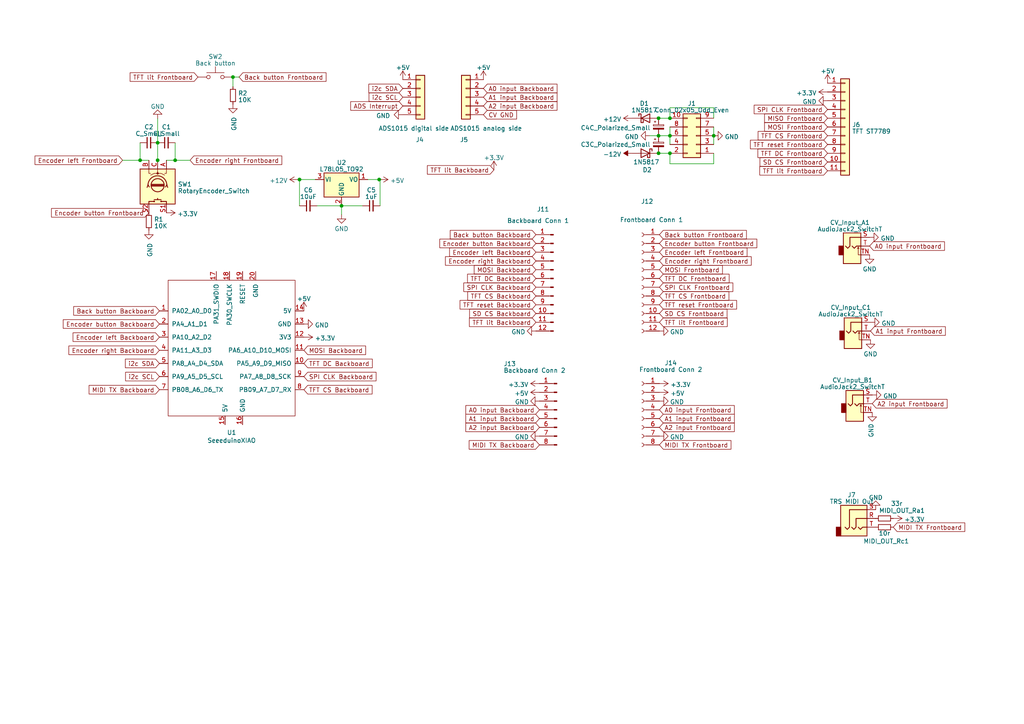
<source format=kicad_sch>
(kicad_sch (version 20230121) (generator eeschema)
  (paper "A4")
  (lib_symbols
    (symbol "Connector:Conn_01x08_Pin" (pin_names (offset 1.016) hide)
      (property "Reference" "J" (at 0 10.16 0))
      (property "Value" "Conn_01x08_Pin" (at 0 -12.7 0))
      (symbol "Conn_01x08_Pin_1_1"
        (polyline (pts (xy 1.27 -10.16) (xy 0.8636 -10.16)) (stroke (width 0.1524)))
        (polyline (pts (xy 1.27 -7.62) (xy 0.8636 -7.62)) (stroke (width 0.1524)))
        (polyline (pts (xy 1.27 -5.08) (xy 0.8636 -5.08)) (stroke (width 0.1524)))
        (polyline (pts (xy 1.27 -2.54) (xy 0.8636 -2.54)) (stroke (width 0.1524)))
        (polyline (pts (xy 1.27 0) (xy 0.8636 0)) (stroke (width 0.1524)))
        (polyline (pts (xy 1.27 2.54) (xy 0.8636 2.54)) (stroke (width 0.1524)))
        (polyline (pts (xy 1.27 5.08) (xy 0.8636 5.08)) (stroke (width 0.1524)))
        (polyline (pts (xy 1.27 7.62) (xy 0.8636 7.62)) (stroke (width 0.1524)))
        (rectangle (start 0.8636 -10.033) (end 0 -10.287) (stroke (width 0.1524)) (fill (type outline)))
        (rectangle (start 0.8636 -7.493) (end 0 -7.747) (stroke (width 0.1524)) (fill (type outline)))
        (rectangle (start 0.8636 -4.953) (end 0 -5.207) (stroke (width 0.1524)) (fill (type outline)))
        (rectangle (start 0.8636 -2.413) (end 0 -2.667) (stroke (width 0.1524)) (fill (type outline)))
        (rectangle (start 0.8636 0.127) (end 0 -0.127) (stroke (width 0.1524)) (fill (type outline)))
        (rectangle (start 0.8636 2.667) (end 0 2.413) (stroke (width 0.1524)) (fill (type outline)))
        (rectangle (start 0.8636 5.207) (end 0 4.953) (stroke (width 0.1524)) (fill (type outline)))
        (rectangle (start 0.8636 7.747) (end 0 7.493) (stroke (width 0.1524)) (fill (type outline)))
        (pin passive line (at 5.08 7.62 180) (length 3.81) (name "Pin_1") (number "1"))
        (pin passive line (at 5.08 5.08 180) (length 3.81) (name "Pin_2") (number "2"))
        (pin passive line (at 5.08 2.54 180) (length 3.81) (name "Pin_3") (number "3"))
        (pin passive line (at 5.08 0 180) (length 3.81) (name "Pin_4") (number "4"))
        (pin passive line (at 5.08 -2.54 180) (length 3.81) (name "Pin_5") (number "5"))
        (pin passive line (at 5.08 -5.08 180) (length 3.81) (name "Pin_6") (number "6"))
        (pin passive line (at 5.08 -7.62 180) (length 3.81) (name "Pin_7") (number "7"))
        (pin passive line (at 5.08 -10.16 180) (length 3.81) (name "Pin_8") (number "8"))
      )
    )
    (symbol "Connector:Conn_01x08_Socket" (pin_names (offset 1.016) hide)
      (property "Reference" "J" (at 0 10.16 0))
      (property "Value" "Conn_01x08_Socket" (at 0 -12.7 0))
      (symbol "Conn_01x08_Socket_1_1"
        (arc (start 0 -9.652) (mid -0.5058 -10.16) (end 0 -10.668) (stroke (width 0.1524)))
        (arc (start 0 -7.112) (mid -0.5058 -7.62) (end 0 -8.128) (stroke (width 0.1524)))
        (arc (start 0 -4.572) (mid -0.5058 -5.08) (end 0 -5.588) (stroke (width 0.1524)))
        (arc (start 0 -2.032) (mid -0.5058 -2.54) (end 0 -3.048) (stroke (width 0.1524)))
        (polyline (pts (xy -1.27 -10.16) (xy -0.508 -10.16)) (stroke (width 0.1524)))
        (polyline (pts (xy -1.27 -7.62) (xy -0.508 -7.62)) (stroke (width 0.1524)))
        (polyline (pts (xy -1.27 -5.08) (xy -0.508 -5.08)) (stroke (width 0.1524)))
        (polyline (pts (xy -1.27 -2.54) (xy -0.508 -2.54)) (stroke (width 0.1524)))
        (polyline (pts (xy -1.27 0) (xy -0.508 0)) (stroke (width 0.1524)))
        (polyline (pts (xy -1.27 2.54) (xy -0.508 2.54)) (stroke (width 0.1524)))
        (polyline (pts (xy -1.27 5.08) (xy -0.508 5.08)) (stroke (width 0.1524)))
        (polyline (pts (xy -1.27 7.62) (xy -0.508 7.62)) (stroke (width 0.1524)))
        (arc (start 0 0.508) (mid -0.5058 0) (end 0 -0.508) (stroke (width 0.1524)))
        (arc (start 0 3.048) (mid -0.5058 2.54) (end 0 2.032) (stroke (width 0.1524)))
        (arc (start 0 5.588) (mid -0.5058 5.08) (end 0 4.572) (stroke (width 0.1524)))
        (arc (start 0 8.128) (mid -0.5058 7.62) (end 0 7.112) (stroke (width 0.1524)))
        (pin passive line (at -5.08 7.62 0) (length 3.81) (name "Pin_1") (number "1"))
        (pin passive line (at -5.08 5.08 0) (length 3.81) (name "Pin_2") (number "2"))
        (pin passive line (at -5.08 2.54 0) (length 3.81) (name "Pin_3") (number "3"))
        (pin passive line (at -5.08 0 0) (length 3.81) (name "Pin_4") (number "4"))
        (pin passive line (at -5.08 -2.54 0) (length 3.81) (name "Pin_5") (number "5"))
        (pin passive line (at -5.08 -5.08 0) (length 3.81) (name "Pin_6") (number "6"))
        (pin passive line (at -5.08 -7.62 0) (length 3.81) (name "Pin_7") (number "7"))
        (pin passive line (at -5.08 -10.16 0) (length 3.81) (name "Pin_8") (number "8"))
      )
    )
    (symbol "Connector:Conn_01x12_Pin" (pin_names (offset 1.016) hide)
      (property "Reference" "J" (at 0 15.24 0))
      (property "Value" "Conn_01x12_Pin" (at 0 -17.78 0))
      (symbol "Conn_01x12_Pin_1_1"
        (polyline (pts (xy 1.27 -15.24) (xy 0.8636 -15.24)) (stroke (width 0.1524)))
        (polyline (pts (xy 1.27 -12.7) (xy 0.8636 -12.7)) (stroke (width 0.1524)))
        (polyline (pts (xy 1.27 -10.16) (xy 0.8636 -10.16)) (stroke (width 0.1524)))
        (polyline (pts (xy 1.27 -7.62) (xy 0.8636 -7.62)) (stroke (width 0.1524)))
        (polyline (pts (xy 1.27 -5.08) (xy 0.8636 -5.08)) (stroke (width 0.1524)))
        (polyline (pts (xy 1.27 -2.54) (xy 0.8636 -2.54)) (stroke (width 0.1524)))
        (polyline (pts (xy 1.27 0) (xy 0.8636 0)) (stroke (width 0.1524)))
        (polyline (pts (xy 1.27 2.54) (xy 0.8636 2.54)) (stroke (width 0.1524)))
        (polyline (pts (xy 1.27 5.08) (xy 0.8636 5.08)) (stroke (width 0.1524)))
        (polyline (pts (xy 1.27 7.62) (xy 0.8636 7.62)) (stroke (width 0.1524)))
        (polyline (pts (xy 1.27 10.16) (xy 0.8636 10.16)) (stroke (width 0.1524)))
        (polyline (pts (xy 1.27 12.7) (xy 0.8636 12.7)) (stroke (width 0.1524)))
        (rectangle (start 0.8636 -15.113) (end 0 -15.367) (stroke (width 0.1524)) (fill (type outline)))
        (rectangle (start 0.8636 -12.573) (end 0 -12.827) (stroke (width 0.1524)) (fill (type outline)))
        (rectangle (start 0.8636 -10.033) (end 0 -10.287) (stroke (width 0.1524)) (fill (type outline)))
        (rectangle (start 0.8636 -7.493) (end 0 -7.747) (stroke (width 0.1524)) (fill (type outline)))
        (rectangle (start 0.8636 -4.953) (end 0 -5.207) (stroke (width 0.1524)) (fill (type outline)))
        (rectangle (start 0.8636 -2.413) (end 0 -2.667) (stroke (width 0.1524)) (fill (type outline)))
        (rectangle (start 0.8636 0.127) (end 0 -0.127) (stroke (width 0.1524)) (fill (type outline)))
        (rectangle (start 0.8636 2.667) (end 0 2.413) (stroke (width 0.1524)) (fill (type outline)))
        (rectangle (start 0.8636 5.207) (end 0 4.953) (stroke (width 0.1524)) (fill (type outline)))
        (rectangle (start 0.8636 7.747) (end 0 7.493) (stroke (width 0.1524)) (fill (type outline)))
        (rectangle (start 0.8636 10.287) (end 0 10.033) (stroke (width 0.1524)) (fill (type outline)))
        (rectangle (start 0.8636 12.827) (end 0 12.573) (stroke (width 0.1524)) (fill (type outline)))
        (pin passive line (at 5.08 12.7 180) (length 3.81) (name "Pin_1") (number "1"))
        (pin passive line (at 5.08 -10.16 180) (length 3.81) (name "Pin_10") (number "10"))
        (pin passive line (at 5.08 -12.7 180) (length 3.81) (name "Pin_11") (number "11"))
        (pin passive line (at 5.08 -15.24 180) (length 3.81) (name "Pin_12") (number "12"))
        (pin passive line (at 5.08 10.16 180) (length 3.81) (name "Pin_2") (number "2"))
        (pin passive line (at 5.08 7.62 180) (length 3.81) (name "Pin_3") (number "3"))
        (pin passive line (at 5.08 5.08 180) (length 3.81) (name "Pin_4") (number "4"))
        (pin passive line (at 5.08 2.54 180) (length 3.81) (name "Pin_5") (number "5"))
        (pin passive line (at 5.08 0 180) (length 3.81) (name "Pin_6") (number "6"))
        (pin passive line (at 5.08 -2.54 180) (length 3.81) (name "Pin_7") (number "7"))
        (pin passive line (at 5.08 -5.08 180) (length 3.81) (name "Pin_8") (number "8"))
        (pin passive line (at 5.08 -7.62 180) (length 3.81) (name "Pin_9") (number "9"))
      )
    )
    (symbol "Connector:Conn_01x12_Socket" (pin_names (offset 1.016) hide)
      (property "Reference" "J" (at 0 15.24 0))
      (property "Value" "Conn_01x12_Socket" (at 0 -17.78 0))
      (symbol "Conn_01x12_Socket_1_1"
        (arc (start 0 -14.732) (mid -0.5058 -15.24) (end 0 -15.748) (stroke (width 0.1524)))
        (arc (start 0 -12.192) (mid -0.5058 -12.7) (end 0 -13.208) (stroke (width 0.1524)))
        (arc (start 0 -9.652) (mid -0.5058 -10.16) (end 0 -10.668) (stroke (width 0.1524)))
        (arc (start 0 -7.112) (mid -0.5058 -7.62) (end 0 -8.128) (stroke (width 0.1524)))
        (arc (start 0 -4.572) (mid -0.5058 -5.08) (end 0 -5.588) (stroke (width 0.1524)))
        (arc (start 0 -2.032) (mid -0.5058 -2.54) (end 0 -3.048) (stroke (width 0.1524)))
        (polyline (pts (xy -1.27 -15.24) (xy -0.508 -15.24)) (stroke (width 0.1524)))
        (polyline (pts (xy -1.27 -12.7) (xy -0.508 -12.7)) (stroke (width 0.1524)))
        (polyline (pts (xy -1.27 -10.16) (xy -0.508 -10.16)) (stroke (width 0.1524)))
        (polyline (pts (xy -1.27 -7.62) (xy -0.508 -7.62)) (stroke (width 0.1524)))
        (polyline (pts (xy -1.27 -5.08) (xy -0.508 -5.08)) (stroke (width 0.1524)))
        (polyline (pts (xy -1.27 -2.54) (xy -0.508 -2.54)) (stroke (width 0.1524)))
        (polyline (pts (xy -1.27 0) (xy -0.508 0)) (stroke (width 0.1524)))
        (polyline (pts (xy -1.27 2.54) (xy -0.508 2.54)) (stroke (width 0.1524)))
        (polyline (pts (xy -1.27 5.08) (xy -0.508 5.08)) (stroke (width 0.1524)))
        (polyline (pts (xy -1.27 7.62) (xy -0.508 7.62)) (stroke (width 0.1524)))
        (polyline (pts (xy -1.27 10.16) (xy -0.508 10.16)) (stroke (width 0.1524)))
        (polyline (pts (xy -1.27 12.7) (xy -0.508 12.7)) (stroke (width 0.1524)))
        (arc (start 0 0.508) (mid -0.5058 0) (end 0 -0.508) (stroke (width 0.1524)))
        (arc (start 0 3.048) (mid -0.5058 2.54) (end 0 2.032) (stroke (width 0.1524)))
        (arc (start 0 5.588) (mid -0.5058 5.08) (end 0 4.572) (stroke (width 0.1524)))
        (arc (start 0 8.128) (mid -0.5058 7.62) (end 0 7.112) (stroke (width 0.1524)))
        (arc (start 0 10.668) (mid -0.5058 10.16) (end 0 9.652) (stroke (width 0.1524)))
        (arc (start 0 13.208) (mid -0.5058 12.7) (end 0 12.192) (stroke (width 0.1524)))
        (pin passive line (at -5.08 12.7 0) (length 3.81) (name "Pin_1") (number "1"))
        (pin passive line (at -5.08 -10.16 0) (length 3.81) (name "Pin_10") (number "10"))
        (pin passive line (at -5.08 -12.7 0) (length 3.81) (name "Pin_11") (number "11"))
        (pin passive line (at -5.08 -15.24 0) (length 3.81) (name "Pin_12") (number "12"))
        (pin passive line (at -5.08 10.16 0) (length 3.81) (name "Pin_2") (number "2"))
        (pin passive line (at -5.08 7.62 0) (length 3.81) (name "Pin_3") (number "3"))
        (pin passive line (at -5.08 5.08 0) (length 3.81) (name "Pin_4") (number "4"))
        (pin passive line (at -5.08 2.54 0) (length 3.81) (name "Pin_5") (number "5"))
        (pin passive line (at -5.08 0 0) (length 3.81) (name "Pin_6") (number "6"))
        (pin passive line (at -5.08 -2.54 0) (length 3.81) (name "Pin_7") (number "7"))
        (pin passive line (at -5.08 -5.08 0) (length 3.81) (name "Pin_8") (number "8"))
        (pin passive line (at -5.08 -7.62 0) (length 3.81) (name "Pin_9") (number "9"))
      )
    )
    (symbol "Connector_Audio:AudioJack2_SwitchT"
      (property "Reference" "J" (at 0 8.89 0))
      (property "Value" "AudioJack2_SwitchT" (at 0 6.35 0))
      (symbol "AudioJack2_SwitchT_0_1"
        (rectangle (start -2.54 0) (end -3.81 -2.54) (stroke (width 0.254)) (fill (type outline)))
        (polyline (pts (xy 1.778 -0.254) (xy 2.032 -0.762)))
        (polyline (pts (xy 0 0) (xy 0.635 -0.635) (xy 1.27 0) (xy 2.54 0)) (stroke (width 0.254)))
        (polyline (pts (xy 2.54 -2.54) (xy 1.778 -2.54) (xy 1.778 -0.254) (xy 1.524 -0.762)))
        (polyline (pts (xy 2.54 2.54) (xy -0.635 2.54) (xy -0.635 0) (xy -1.27 -0.635) (xy -1.905 0)) (stroke (width 0.254)))
        (rectangle (start 2.54 3.81) (end -2.54 -5.08) (stroke (width 0.254)) (fill (type background)))
      )
      (symbol "AudioJack2_SwitchT_1_1"
        (pin passive line (at 5.08 2.54 180) (length 2.54) (name "~") (number "S"))
        (pin passive line (at 5.08 0 180) (length 2.54) (name "~") (number "T"))
        (pin passive line (at 5.08 -2.54 180) (length 2.54) (name "~") (number "TN"))
      )
    )
    (symbol "Connector_Audio:AudioJack3"
      (property "Reference" "J" (at 0 8.89 0))
      (property "Value" "AudioJack3" (at 0 6.35 0))
      (symbol "AudioJack3_0_1"
        (rectangle (start -5.08 -5.08) (end -6.35 -2.54) (stroke (width 0.254)) (fill (type outline)))
        (polyline (pts (xy 0 -2.54) (xy 0.635 -3.175) (xy 1.27 -2.54) (xy 2.54 -2.54)) (stroke (width 0.254)))
        (polyline (pts (xy -1.905 -2.54) (xy -1.27 -3.175) (xy -0.635 -2.54) (xy -0.635 0) (xy 2.54 0)) (stroke (width 0.254)))
        (polyline (pts (xy 2.54 2.54) (xy -2.54 2.54) (xy -2.54 -2.54) (xy -3.175 -3.175) (xy -3.81 -2.54)) (stroke (width 0.254)))
        (rectangle (start 2.54 3.81) (end -5.08 -5.08) (stroke (width 0.254)) (fill (type background)))
      )
      (symbol "AudioJack3_1_1"
        (pin passive line (at 5.08 0 180) (length 2.54) (name "~") (number "R"))
        (pin passive line (at 5.08 2.54 180) (length 2.54) (name "~") (number "S"))
        (pin passive line (at 5.08 -2.54 180) (length 2.54) (name "~") (number "T"))
      )
    )
    (symbol "Connector_Generic:Conn_01x05" (pin_names (offset 1.016) hide)
      (property "Reference" "J" (at 0 7.62 0))
      (property "Value" "Conn_01x05" (at 0 -7.62 0))
      (symbol "Conn_01x05_1_1"
        (rectangle (start -1.27 -4.953) (end 0 -5.207) (stroke (width 0.1524)))
        (rectangle (start -1.27 -2.413) (end 0 -2.667) (stroke (width 0.1524)))
        (rectangle (start -1.27 0.127) (end 0 -0.127) (stroke (width 0.1524)))
        (rectangle (start -1.27 2.667) (end 0 2.413) (stroke (width 0.1524)))
        (rectangle (start -1.27 5.207) (end 0 4.953) (stroke (width 0.1524)))
        (rectangle (start -1.27 6.35) (end 1.27 -6.35) (stroke (width 0.254)) (fill (type background)))
        (pin passive line (at -5.08 5.08 0) (length 3.81) (name "Pin_1") (number "1"))
        (pin passive line (at -5.08 2.54 0) (length 3.81) (name "Pin_2") (number "2"))
        (pin passive line (at -5.08 0 0) (length 3.81) (name "Pin_3") (number "3"))
        (pin passive line (at -5.08 -2.54 0) (length 3.81) (name "Pin_4") (number "4"))
        (pin passive line (at -5.08 -5.08 0) (length 3.81) (name "Pin_5") (number "5"))
      )
    )
    (symbol "Connector_Generic:Conn_01x11" (pin_names (offset 1.016) hide)
      (property "Reference" "J" (at 0 15.24 0))
      (property "Value" "Conn_01x11" (at 0 -15.24 0))
      (symbol "Conn_01x11_1_1"
        (rectangle (start -1.27 -12.573) (end 0 -12.827) (stroke (width 0.1524)))
        (rectangle (start -1.27 -10.033) (end 0 -10.287) (stroke (width 0.1524)))
        (rectangle (start -1.27 -7.493) (end 0 -7.747) (stroke (width 0.1524)))
        (rectangle (start -1.27 -4.953) (end 0 -5.207) (stroke (width 0.1524)))
        (rectangle (start -1.27 -2.413) (end 0 -2.667) (stroke (width 0.1524)))
        (rectangle (start -1.27 0.127) (end 0 -0.127) (stroke (width 0.1524)))
        (rectangle (start -1.27 2.667) (end 0 2.413) (stroke (width 0.1524)))
        (rectangle (start -1.27 5.207) (end 0 4.953) (stroke (width 0.1524)))
        (rectangle (start -1.27 7.747) (end 0 7.493) (stroke (width 0.1524)))
        (rectangle (start -1.27 10.287) (end 0 10.033) (stroke (width 0.1524)))
        (rectangle (start -1.27 12.827) (end 0 12.573) (stroke (width 0.1524)))
        (rectangle (start -1.27 13.97) (end 1.27 -13.97) (stroke (width 0.254)) (fill (type background)))
        (pin passive line (at -5.08 12.7 0) (length 3.81) (name "Pin_1") (number "1"))
        (pin passive line (at -5.08 -10.16 0) (length 3.81) (name "Pin_10") (number "10"))
        (pin passive line (at -5.08 -12.7 0) (length 3.81) (name "Pin_11") (number "11"))
        (pin passive line (at -5.08 10.16 0) (length 3.81) (name "Pin_2") (number "2"))
        (pin passive line (at -5.08 7.62 0) (length 3.81) (name "Pin_3") (number "3"))
        (pin passive line (at -5.08 5.08 0) (length 3.81) (name "Pin_4") (number "4"))
        (pin passive line (at -5.08 2.54 0) (length 3.81) (name "Pin_5") (number "5"))
        (pin passive line (at -5.08 0 0) (length 3.81) (name "Pin_6") (number "6"))
        (pin passive line (at -5.08 -2.54 0) (length 3.81) (name "Pin_7") (number "7"))
        (pin passive line (at -5.08 -5.08 0) (length 3.81) (name "Pin_8") (number "8"))
        (pin passive line (at -5.08 -7.62 0) (length 3.81) (name "Pin_9") (number "9"))
      )
    )
    (symbol "Connector_Generic:Conn_02x05_Odd_Even" (pin_names (offset 1.016) hide)
      (property "Reference" "J" (at 1.27 7.62 0))
      (property "Value" "Conn_02x05_Odd_Even" (at 1.27 -7.62 0))
      (symbol "Conn_02x05_Odd_Even_1_1"
        (rectangle (start -1.27 -4.953) (end 0 -5.207) (stroke (width 0.1524)))
        (rectangle (start -1.27 -2.413) (end 0 -2.667) (stroke (width 0.1524)))
        (rectangle (start -1.27 0.127) (end 0 -0.127) (stroke (width 0.1524)))
        (rectangle (start -1.27 2.667) (end 0 2.413) (stroke (width 0.1524)))
        (rectangle (start -1.27 5.207) (end 0 4.953) (stroke (width 0.1524)))
        (rectangle (start -1.27 6.35) (end 3.81 -6.35) (stroke (width 0.254)) (fill (type background)))
        (rectangle (start 3.81 -4.953) (end 2.54 -5.207) (stroke (width 0.1524)))
        (rectangle (start 3.81 -2.413) (end 2.54 -2.667) (stroke (width 0.1524)))
        (rectangle (start 3.81 0.127) (end 2.54 -0.127) (stroke (width 0.1524)))
        (rectangle (start 3.81 2.667) (end 2.54 2.413) (stroke (width 0.1524)))
        (rectangle (start 3.81 5.207) (end 2.54 4.953) (stroke (width 0.1524)))
        (pin passive line (at -5.08 5.08 0) (length 3.81) (name "Pin_1") (number "1"))
        (pin passive line (at 7.62 -5.08 180) (length 3.81) (name "Pin_10") (number "10"))
        (pin passive line (at 7.62 5.08 180) (length 3.81) (name "Pin_2") (number "2"))
        (pin passive line (at -5.08 2.54 0) (length 3.81) (name "Pin_3") (number "3"))
        (pin passive line (at 7.62 2.54 180) (length 3.81) (name "Pin_4") (number "4"))
        (pin passive line (at -5.08 0 0) (length 3.81) (name "Pin_5") (number "5"))
        (pin passive line (at 7.62 0 180) (length 3.81) (name "Pin_6") (number "6"))
        (pin passive line (at -5.08 -2.54 0) (length 3.81) (name "Pin_7") (number "7"))
        (pin passive line (at 7.62 -2.54 180) (length 3.81) (name "Pin_8") (number "8"))
        (pin passive line (at -5.08 -5.08 0) (length 3.81) (name "Pin_9") (number "9"))
      )
    )
    (symbol "Device:C_Polarized_Small" (pin_numbers hide) (pin_names (offset 0.254) hide)
      (property "Reference" "C" (at 0.254 1.778 0))
      (property "Value" "C_Polarized_Small" (at 0.254 -2.032 0))
      (symbol "C_Polarized_Small_0_1"
        (rectangle (start -1.524 -0.3048) (end 1.524 -0.6858) (fill (type outline)))
        (rectangle (start -1.524 0.6858) (end 1.524 0.3048))
        (polyline (pts (xy -1.27 1.524) (xy -0.762 1.524)))
        (polyline (pts (xy -1.016 1.27) (xy -1.016 1.778)))
      )
      (symbol "C_Polarized_Small_1_1"
        (pin passive line (at 0 2.54 270) (length 1.8542) (name "~") (number "1"))
        (pin passive line (at 0 -2.54 90) (length 1.8542) (name "~") (number "2"))
      )
    )
    (symbol "Device:C_Small" (pin_numbers hide) (pin_names (offset 0.254) hide)
      (property "Reference" "C" (at 0.254 1.778 0))
      (property "Value" "C_Small" (at 0.254 -2.032 0))
      (symbol "C_Small_0_1"
        (polyline (pts (xy -1.524 -0.508) (xy 1.524 -0.508)) (stroke (width 0.3302)))
        (polyline (pts (xy -1.524 0.508) (xy 1.524 0.508)) (stroke (width 0.3048)))
      )
      (symbol "C_Small_1_1"
        (pin passive line (at 0 2.54 270) (length 2.032) (name "~") (number "1"))
        (pin passive line (at 0 -2.54 90) (length 2.032) (name "~") (number "2"))
      )
    )
    (symbol "Device:R_Small" (pin_numbers hide) (pin_names (offset 0.254) hide)
      (property "Reference" "R" (at 0.762 0.508 0))
      (property "Value" "R_Small" (at 0.762 -1.016 0))
      (symbol "R_Small_0_1"
        (rectangle (start -0.762 1.778) (end 0.762 -1.778) (stroke (width 0.2032)))
      )
      (symbol "R_Small_1_1"
        (pin passive line (at 0 2.54 270) (length 0.762) (name "~") (number "1"))
        (pin passive line (at 0 -2.54 90) (length 0.762) (name "~") (number "2"))
      )
    )
    (symbol "Device:RotaryEncoder_Switch" (pin_names (offset 0.254) hide)
      (property "Reference" "SW" (at 0 6.604 0))
      (property "Value" "RotaryEncoder_Switch" (at 0 -6.604 0))
      (symbol "RotaryEncoder_Switch_0_1"
        (rectangle (start -5.08 5.08) (end 5.08 -5.08) (stroke (width 0.254)) (fill (type background)))
        (circle (center -3.81 0) (radius 0.254) (fill (type outline)))
        (circle (center -0.381 0) (radius 1.905) (stroke (width 0.254)))
        (arc (start -0.381 2.667) (mid -3.0988 -0.0635) (end -0.381 -2.794) (stroke (width 0.254)))
        (polyline (pts (xy -0.635 -1.778) (xy -0.635 1.778)) (stroke (width 0.254)))
        (polyline (pts (xy -0.381 -1.778) (xy -0.381 1.778)) (stroke (width 0.254)))
        (polyline (pts (xy -0.127 1.778) (xy -0.127 -1.778)) (stroke (width 0.254)))
        (polyline (pts (xy 3.81 0) (xy 3.429 0)) (stroke (width 0.254)))
        (polyline (pts (xy 3.81 1.016) (xy 3.81 -1.016)) (stroke (width 0.254)))
        (polyline (pts (xy -5.08 -2.54) (xy -3.81 -2.54) (xy -3.81 -2.032)))
        (polyline (pts (xy -5.08 2.54) (xy -3.81 2.54) (xy -3.81 2.032)))
        (polyline (pts (xy 0.254 -3.048) (xy -0.508 -2.794) (xy 0.127 -2.413)) (stroke (width 0.254)))
        (polyline (pts (xy 0.254 2.921) (xy -0.508 2.667) (xy 0.127 2.286)) (stroke (width 0.254)))
        (polyline (pts (xy 5.08 -2.54) (xy 4.318 -2.54) (xy 4.318 -1.016)) (stroke (width 0.254)))
        (polyline (pts (xy 5.08 2.54) (xy 4.318 2.54) (xy 4.318 1.016)) (stroke (width 0.254)))
        (polyline (pts (xy -5.08 0) (xy -3.81 0) (xy -3.81 -1.016) (xy -3.302 -2.032)))
        (polyline (pts (xy -4.318 0) (xy -3.81 0) (xy -3.81 1.016) (xy -3.302 2.032)))
        (circle (center 4.318 -1.016) (radius 0.127) (stroke (width 0.254)))
        (circle (center 4.318 1.016) (radius 0.127) (stroke (width 0.254)))
      )
      (symbol "RotaryEncoder_Switch_1_1"
        (pin passive line (at -7.62 2.54 0) (length 2.54) (name "A") (number "A"))
        (pin passive line (at -7.62 -2.54 0) (length 2.54) (name "B") (number "B"))
        (pin passive line (at -7.62 0 0) (length 2.54) (name "C") (number "C"))
        (pin passive line (at 7.62 2.54 180) (length 2.54) (name "S1") (number "S1"))
        (pin passive line (at 7.62 -2.54 180) (length 2.54) (name "S2") (number "S2"))
      )
    )
    (symbol "Diode:1N5817" (pin_numbers hide) (pin_names (offset 1.016) hide)
      (property "Reference" "D" (at 0 2.54 0))
      (property "Value" "1N5817" (at 0 -2.54 0))
      (symbol "1N5817_0_1"
        (polyline (pts (xy 1.27 0) (xy -1.27 0)))
        (polyline (pts (xy 1.27 1.27) (xy 1.27 -1.27) (xy -1.27 0) (xy 1.27 1.27)) (stroke (width 0.254)))
        (polyline (pts (xy -1.905 0.635) (xy -1.905 1.27) (xy -1.27 1.27) (xy -1.27 -1.27) (xy -0.635 -1.27) (xy -0.635 -0.635)) (stroke (width 0.254)))
      )
      (symbol "1N5817_1_1"
        (pin passive line (at -3.81 0 0) (length 2.54) (name "K") (number "1"))
        (pin passive line (at 3.81 0 180) (length 2.54) (name "A") (number "2"))
      )
    )
    (symbol "Regulator_Linear:L78L05_TO92" (pin_names (offset 0.254))
      (property "Reference" "U" (at -3.81 3.175 0))
      (property "Value" "L78L05_TO92" (at 0 3.175 0))
      (symbol "L78L05_TO92_0_1"
        (rectangle (start -5.08 -5.08) (end 5.08 1.905) (stroke (width 0.254)) (fill (type background)))
      )
      (symbol "L78L05_TO92_1_1"
        (pin power_out line (at 7.62 0 180) (length 2.54) (name "VO") (number "1"))
        (pin power_in line (at 0 -7.62 90) (length 2.54) (name "GND") (number "2"))
        (pin power_in line (at -7.62 0 0) (length 2.54) (name "VI") (number "3"))
      )
    )
    (symbol "Switch:SW_Push" (pin_numbers hide) (pin_names (offset 1.016) hide)
      (property "Reference" "SW" (at 1.27 2.54 0))
      (property "Value" "SW_Push" (at 0 -1.524 0))
      (symbol "SW_Push_0_1"
        (circle (center -2.032 0) (radius 0.508))
        (polyline (pts (xy 0 1.27) (xy 0 3.048)))
        (polyline (pts (xy 2.54 1.27) (xy -2.54 1.27)))
        (circle (center 2.032 0) (radius 0.508))
        (pin passive line (at -5.08 0 0) (length 2.54) (name "1") (number "1"))
        (pin passive line (at 5.08 0 180) (length 2.54) (name "2") (number "2"))
      )
    )
    (symbol "microlidian-rescue:SeeeduinoXIAO-seeed_xiao" (pin_names (offset 1.016))
      (property "Reference" "U" (at -19.05 22.86 0))
      (property "Value" "seeed_xiao_SeeeduinoXIAO" (at -12.7 21.59 0))
      (symbol "SeeeduinoXIAO-seeed_xiao_0_1"
        (rectangle (start -19.05 20.32) (end 17.78 -19.05))
      )
      (symbol "SeeeduinoXIAO-seeed_xiao_1_1"
        (pin unspecified line (at -21.59 11.43 0) (length 2.54) (name "PA02_A0_D0") (number "1"))
        (pin unspecified line (at 20.32 -3.81 180) (length 2.54) (name "PA5_A9_D9_MISO") (number "10"))
        (pin unspecified line (at 20.32 0 180) (length 2.54) (name "PA6_A10_D10_MOSI") (number "11"))
        (pin unspecified line (at 20.32 3.81 180) (length 2.54) (name "3V3") (number "12"))
        (pin unspecified line (at 20.32 7.62 180) (length 2.54) (name "GND") (number "13"))
        (pin unspecified line (at 20.32 11.43 180) (length 2.54) (name "5V") (number "14"))
        (pin input line (at -2.54 -21.59 90) (length 2.54) (name "5V") (number "15"))
        (pin input line (at 2.54 -21.59 90) (length 2.54) (name "GND") (number "16"))
        (pin input line (at -5.08 22.86 270) (length 2.54) (name "PA31_SWDIO") (number "17"))
        (pin input line (at -1.27 22.86 270) (length 2.54) (name "PA30_SWCLK") (number "18"))
        (pin input line (at 2.54 22.86 270) (length 2.54) (name "RESET") (number "19"))
        (pin unspecified line (at -21.59 7.62 0) (length 2.54) (name "PA4_A1_D1") (number "2"))
        (pin input line (at 6.35 22.86 270) (length 2.54) (name "GND") (number "20"))
        (pin unspecified line (at -21.59 3.81 0) (length 2.54) (name "PA10_A2_D2") (number "3"))
        (pin unspecified line (at -21.59 0 0) (length 2.54) (name "PA11_A3_D3") (number "4"))
        (pin unspecified line (at -21.59 -3.81 0) (length 2.54) (name "PA8_A4_D4_SDA") (number "5"))
        (pin unspecified line (at -21.59 -7.62 0) (length 2.54) (name "PA9_A5_D5_SCL") (number "6"))
        (pin unspecified line (at -21.59 -11.43 0) (length 2.54) (name "PB08_A6_D6_TX") (number "7"))
        (pin unspecified line (at 20.32 -11.43 180) (length 2.54) (name "PB09_A7_D7_RX") (number "8"))
        (pin unspecified line (at 20.32 -7.62 180) (length 2.54) (name "PA7_A8_D8_SCK") (number "9"))
      )
    )
    (symbol "power:+12V" (power) (pin_names (offset 0))
      (property "Value" "+12V" (at 0 3.556 0))
      (symbol "+12V_0_1"
        (polyline (pts (xy -0.762 1.27) (xy 0 2.54)))
        (polyline (pts (xy 0 0) (xy 0 2.54)))
        (polyline (pts (xy 0 2.54) (xy 0.762 1.27)))
      )
      (symbol "+12V_1_1"
        (pin power_in line (at 0 0 90) (length 0) hide (name "+12V") (number "1"))
      )
    )
    (symbol "power:+3.3V" (power) (pin_names (offset 0))
      (property "Value" "+3.3V" (at 0 3.556 0))
      (symbol "+3.3V_0_1"
        (polyline (pts (xy -0.762 1.27) (xy 0 2.54)))
        (polyline (pts (xy 0 0) (xy 0 2.54)))
        (polyline (pts (xy 0 2.54) (xy 0.762 1.27)))
      )
      (symbol "+3.3V_1_1"
        (pin power_in line (at 0 0 90) (length 0) hide (name "+3.3V") (number "1"))
      )
    )
    (symbol "power:+5V" (power) (pin_names (offset 0))
      (property "Value" "+5V" (at 0 3.556 0))
      (symbol "+5V_0_1"
        (polyline (pts (xy -0.762 1.27) (xy 0 2.54)))
        (polyline (pts (xy 0 0) (xy 0 2.54)))
        (polyline (pts (xy 0 2.54) (xy 0.762 1.27)))
      )
      (symbol "+5V_1_1"
        (pin power_in line (at 0 0 90) (length 0) hide (name "+5V") (number "1"))
      )
    )
    (symbol "power:-12V" (power) (pin_names (offset 0))
      (property "Value" "-12V" (at 0 3.81 0))
      (symbol "-12V_0_0"
        (pin power_in line (at 0 0 90) (length 0) hide (name "-12V") (number "1"))
      )
      (symbol "-12V_0_1"
        (polyline (pts (xy 0 0) (xy 0 1.27) (xy 0.762 1.27) (xy 0 2.54) (xy -0.762 1.27) (xy 0 1.27)) (fill (type outline)))
      )
    )
    (symbol "power:GND" (power) (pin_names (offset 0))
      (property "Value" "GND" (at 0 -3.81 0))
      (symbol "GND_0_1"
        (polyline (pts (xy 0 0) (xy 0 -1.27) (xy 1.27 -1.27) (xy 0 -2.54) (xy -1.27 -1.27) (xy 0 -1.27)))
      )
      (symbol "GND_1_1"
        (pin power_in line (at 0 0 270) (length 0) hide (name "GND") (number "1"))
      )
    )
  )
  (junction (at 207.01 39.37))
  (junction (at 191.008 39.37))
  (junction (at 50.8 46.482))
  (junction (at 194.31 39.37))
  (junction (at 109.982 52.07))
  (junction (at 194.31 44.45))
  (junction (at 45.72 46.482))
  (junction (at 194.31 34.29))
  (junction (at 191.008 44.45))
  (junction (at 40.64 46.482))
  (junction (at 86.868 52.07))
  (junction (at 67.564 22.352))
  (junction (at 99.06 59.69))
  (junction (at 191.008 34.29))
  (junction (at 45.72 41.402))
  (wire (pts (xy 67.564 22.352) (xy 69.342 22.352)))
  (wire (pts (xy 106.68 52.07) (xy 109.982 52.07)))
  (wire (pts (xy 207.01 47.498) (xy 207.01 44.45)))
  (wire (pts (xy 45.72 46.482) (xy 45.72 46.736)))
  (wire (pts (xy 40.64 46.482) (xy 43.18 46.482)))
  (wire (pts (xy 86.614 52.07) (xy 86.868 52.07)))
  (wire (pts (xy 86.868 52.07) (xy 91.44 52.07)))
  (wire (pts (xy 45.6692 46.482) (xy 45.72 46.482)))
  (wire (pts (xy 99.06 59.69) (xy 105.156 59.69)))
  (wire (pts (xy 194.31 31.242) (xy 194.31 34.29)))
  (wire (pts (xy 110.236 59.69) (xy 110.236 52.07)))
  (wire (pts (xy 86.868 52.07) (xy 86.868 59.69)))
  (wire (pts (xy 194.31 39.37) (xy 194.31 41.91)))
  (wire (pts (xy 191.008 39.37) (xy 194.31 39.37)))
  (wire (pts (xy 194.31 36.83) (xy 194.31 39.37)))
  (wire (pts (xy 48.26 46.482) (xy 50.8 46.482)))
  (wire (pts (xy 191.008 34.29) (xy 194.31 34.29)))
  (wire (pts (xy 50.8 46.482) (xy 50.8 41.402)))
  (wire (pts (xy 207.01 39.37) (xy 207.01 41.91)))
  (wire (pts (xy 207.01 34.29) (xy 207.01 31.242)))
  (wire (pts (xy 45.72 34.417) (xy 45.72 41.402)))
  (wire (pts (xy 45.72 41.402) (xy 45.72 46.482)))
  (wire (pts (xy 194.31 44.45) (xy 194.31 47.498)))
  (wire (pts (xy 109.982 52.07) (xy 110.236 52.07)))
  (wire (pts (xy 191.008 44.45) (xy 194.31 44.45)))
  (wire (pts (xy 67.564 22.352) (xy 67.564 25.146)))
  (wire (pts (xy 50.8 46.482) (xy 55.118 46.482)))
  (wire (pts (xy 91.948 59.69) (xy 99.06 59.69)))
  (wire (pts (xy 35.56 46.482) (xy 40.64 46.482)))
  (wire (pts (xy 40.64 41.402) (xy 40.64 46.482)))
  (wire (pts (xy 194.31 47.498) (xy 207.01 47.498)))
  (wire (pts (xy 99.06 59.69) (xy 99.06 62.23)))
  (wire (pts (xy 188.468 39.37) (xy 191.008 39.37)))
  (wire (pts (xy 207.01 36.83) (xy 207.01 39.37)))
  (wire (pts (xy 207.01 31.242) (xy 194.31 31.242)))
  (global_label "SD CS Backboard" (shape input) (at 155.448 90.932 180) (property "Intersheetrefs" "${INTERSHEET_REFS}" (effects hide)))
  (global_label "A2 input Backboard" (shape input) (at 156.464 123.952 180) (property "Intersheetrefs" "${INTERSHEET_REFS}" (effects hide)))
  (global_label "Encoder left Backboard" (shape input) (at 46.228 97.79 180) (property "Intersheetrefs" "${INTERSHEET_REFS}" (effects hide)))
  (global_label "A0 input Backboard" (shape input) (at 156.464 118.872 180) (property "Intersheetrefs" "${INTERSHEET_REFS}" (effects hide)))
  (global_label "TFT DC Backboard" (shape input) (at 155.448 80.772 180) (property "Intersheetrefs" "${INTERSHEET_REFS}" (effects hide)))
  (global_label "MIDI TX Frontboard" (shape input) (at 191.262 129.032 0) (property "Intersheetrefs" "${INTERSHEET_REFS}" (effects hide)))
  (global_label "TFT DC Frontboard" (shape input) (at 240.03 44.45 180) (property "Intersheetrefs" "${INTERSHEET_REFS}" (effects hide)))
  (global_label "Back button Backboard" (shape input) (at 46.228 90.17 180) (property "Intersheetrefs" "${INTERSHEET_REFS}" (effects hide)))
  (global_label "CV GND" (shape input) (at 140.208 33.274 0) (property "Intersheetrefs" "${INTERSHEET_REFS}" (effects hide)))
  (global_label "TFT CS Frontboard" (shape input) (at 191.262 85.852 0) (property "Intersheetrefs" "${INTERSHEET_REFS}" (effects hide)))
  (global_label "TFT CS Backboard" (shape input) (at 88.138 113.03 0) (property "Intersheetrefs" "${INTERSHEET_REFS}" (effects hide)))
  (global_label "SD CS Frontboard" (shape input) (at 240.03 46.99 180) (property "Intersheetrefs" "${INTERSHEET_REFS}" (effects hide)))
  (global_label "MOSI Backboard" (shape input) (at 88.138 101.6 0) (property "Intersheetrefs" "${INTERSHEET_REFS}" (effects hide)))
  (global_label "TFT CS Frontboard" (shape input) (at 240.03 39.37 180) (property "Intersheetrefs" "${INTERSHEET_REFS}" (effects hide)))
  (global_label "TFT DC Frontboard" (shape input) (at 191.262 80.772 0) (property "Intersheetrefs" "${INTERSHEET_REFS}" (effects hide)))
  (global_label "MOSI Frontboard" (shape input) (at 240.03 36.83 180) (property "Intersheetrefs" "${INTERSHEET_REFS}" (effects hide)))
  (global_label "Encoder right Backboard" (shape input) (at 155.448 75.692 180) (property "Intersheetrefs" "${INTERSHEET_REFS}" (effects hide)))
  (global_label "ADS Interrupt" (shape input) (at 116.84 30.734 180) (property "Intersheetrefs" "${INTERSHEET_REFS}" (effects hide)))
  (global_label "SPI CLK Frontboard" (shape input) (at 240.03 31.75 180) (property "Intersheetrefs" "${INTERSHEET_REFS}" (effects hide)))
  (global_label "i2c SDA" (shape input) (at 116.84 25.654 180) (property "Intersheetrefs" "${INTERSHEET_REFS}" (effects hide)))
  (global_label "SPI CLK Backboard" (shape input) (at 155.448 83.312 180) (property "Intersheetrefs" "${INTERSHEET_REFS}" (effects hide)))
  (global_label "A0 input Backboard" (shape input) (at 140.208 25.654 0) (property "Intersheetrefs" "${INTERSHEET_REFS}" (effects hide)))
  (global_label "TFT lit Frontboard" (shape input) (at 240.03 49.53 180) (property "Intersheetrefs" "${INTERSHEET_REFS}" (effects hide)))
  (global_label "Back button Backboard" (shape input) (at 155.448 68.072 180) (property "Intersheetrefs" "${INTERSHEET_REFS}" (effects hide)))
  (global_label "TFT lit Backboard" (shape input) (at 143.256 49.276 180) (property "Intersheetrefs" "${INTERSHEET_REFS}" (effects hide)))
  (global_label "A2 input Frontboard" (shape input) (at 252.984 117.094 0) (property "Intersheetrefs" "${INTERSHEET_REFS}" (effects hide)))
  (global_label "MIDI TX Backboard" (shape input) (at 156.464 129.032 180) (property "Intersheetrefs" "${INTERSHEET_REFS}" (effects hide)))
  (global_label "Encoder left Frontboard" (shape input) (at 35.56 46.482 180) (property "Intersheetrefs" "${INTERSHEET_REFS}" (effects hide)))
  (global_label "A0 input Frontboard" (shape input) (at 191.262 118.872 0) (property "Intersheetrefs" "${INTERSHEET_REFS}" (effects hide)))
  (global_label "TFT CS Backboard" (shape input) (at 155.448 85.852 180) (property "Intersheetrefs" "${INTERSHEET_REFS}" (effects hide)))
  (global_label "SPI CLK Frontboard" (shape input) (at 191.262 83.312 0) (property "Intersheetrefs" "${INTERSHEET_REFS}" (effects hide)))
  (global_label "A1 input Frontboard" (shape input) (at 191.262 121.412 0) (property "Intersheetrefs" "${INTERSHEET_REFS}" (effects hide)))
  (global_label "TFT reset Frontboard" (shape input) (at 240.03 41.91 180) (property "Intersheetrefs" "${INTERSHEET_REFS}" (effects hide)))
  (global_label "MOSI Backboard" (shape input) (at 155.448 78.232 180) (property "Intersheetrefs" "${INTERSHEET_REFS}" (effects hide)))
  (global_label "SD CS Frontboard" (shape input) (at 191.262 90.932 0) (property "Intersheetrefs" "${INTERSHEET_REFS}" (effects hide)))
  (global_label "Encoder right Frontboard" (shape input) (at 55.118 46.482 0) (property "Intersheetrefs" "${INTERSHEET_REFS}" (effects hide)))
  (global_label "TFT lit Frontboard" (shape input) (at 57.404 22.352 180) (property "Intersheetrefs" "${INTERSHEET_REFS}" (effects hide)))
  (global_label "i2c SCL" (shape input) (at 116.84 28.194 180) (property "Intersheetrefs" "${INTERSHEET_REFS}" (effects hide)))
  (global_label "Encoder button Frontboard" (shape input) (at 191.262 70.612 0) (property "Intersheetrefs" "${INTERSHEET_REFS}" (effects hide)))
  (global_label "Encoder button Backboard" (shape input) (at 46.228 93.98 180) (property "Intersheetrefs" "${INTERSHEET_REFS}" (effects hide)))
  (global_label "A2 input Backboard" (shape input) (at 140.208 30.734 0) (property "Intersheetrefs" "${INTERSHEET_REFS}" (effects hide)))
  (global_label "Back button Frontboard" (shape input) (at 191.262 68.072 0) (property "Intersheetrefs" "${INTERSHEET_REFS}" (effects hide)))
  (global_label "Back button Frontboard" (shape input) (at 69.342 22.352 0) (property "Intersheetrefs" "${INTERSHEET_REFS}" (effects hide)))
  (global_label "A1 input Backboard" (shape input) (at 140.208 28.194 0) (property "Intersheetrefs" "${INTERSHEET_REFS}" (effects hide)))
  (global_label "TFT reset Frontboard" (shape input) (at 191.262 88.392 0) (property "Intersheetrefs" "${INTERSHEET_REFS}" (effects hide)))
  (global_label "Encoder button Frontboard" (shape input) (at 43.18 61.722 180) (property "Intersheetrefs" "${INTERSHEET_REFS}" (effects hide)))
  (global_label "TFT reset Backboard" (shape input) (at 155.448 88.392 180) (property "Intersheetrefs" "${INTERSHEET_REFS}" (effects hide)))
  (global_label "MIDI TX Backboard" (shape input) (at 46.228 113.03 180) (property "Intersheetrefs" "${INTERSHEET_REFS}" (effects hide)))
  (global_label "i2c SDA" (shape input) (at 46.228 105.41 180) (property "Intersheetrefs" "${INTERSHEET_REFS}" (effects hide)))
  (global_label "MOSI Frontboard" (shape input) (at 191.262 78.232 0) (property "Intersheetrefs" "${INTERSHEET_REFS}" (effects hide)))
  (global_label "MISO Frontboard" (shape input) (at 240.03 34.29 180) (property "Intersheetrefs" "${INTERSHEET_REFS}" (effects hide)))
  (global_label "Encoder right Backboard" (shape input) (at 46.228 101.6 180) (property "Intersheetrefs" "${INTERSHEET_REFS}" (effects hide)))
  (global_label "A1 input Frontboard" (shape input) (at 252.476 96.012 0) (property "Intersheetrefs" "${INTERSHEET_REFS}" (effects hide)))
  (global_label "Encoder button Backboard" (shape input) (at 155.448 70.612 180) (property "Intersheetrefs" "${INTERSHEET_REFS}" (effects hide)))
  (global_label "TFT lit Backboard" (shape input) (at 155.448 93.472 180) (property "Intersheetrefs" "${INTERSHEET_REFS}" (effects hide)))
  (global_label "i2c SCL" (shape input) (at 46.228 109.22 180) (property "Intersheetrefs" "${INTERSHEET_REFS}" (effects hide)))
  (global_label "SPI CLK Backboard" (shape input) (at 88.138 109.22 0) (property "Intersheetrefs" "${INTERSHEET_REFS}" (effects hide)))
  (global_label "A1 input Backboard" (shape input) (at 156.464 121.412 180) (property "Intersheetrefs" "${INTERSHEET_REFS}" (effects hide)))
  (global_label "TFT lit Frontboard" (shape input) (at 191.262 93.472 0) (property "Intersheetrefs" "${INTERSHEET_REFS}" (effects hide)))
  (global_label "Encoder left Backboard" (shape input) (at 155.448 73.152 180) (property "Intersheetrefs" "${INTERSHEET_REFS}" (effects hide)))
  (global_label "Encoder right Frontboard" (shape input) (at 191.262 75.692 0) (property "Intersheetrefs" "${INTERSHEET_REFS}" (effects hide)))
  (global_label "TFT DC Backboard" (shape input) (at 88.138 105.41 0) (property "Intersheetrefs" "${INTERSHEET_REFS}" (effects hide)))
  (global_label "Encoder left Frontboard" (shape input) (at 191.262 73.152 0) (property "Intersheetrefs" "${INTERSHEET_REFS}" (effects hide)))
  (global_label "A0 input Frontboard" (shape input) (at 252.222 71.374 0) (property "Intersheetrefs" "${INTERSHEET_REFS}" (effects hide)))
  (global_label "MIDI TX Frontboard" (shape input) (at 259.08 152.908 0) (property "Intersheetrefs" "${INTERSHEET_REFS}" (effects hide)))
  (global_label "A2 input Frontboard" (shape input) (at 191.262 123.952 0) (property "Intersheetrefs" "${INTERSHEET_REFS}" (effects hide)))
  (symbol (lib_id "microlidian-rescue:SeeeduinoXIAO-seeed_xiao") (at 67.818 101.6 0) (unit 1)
    (property "Reference" "U1" (at 67.183 125.4506 0))
    (property "Value" "SeeeduinoXIAO" (at 67.183 127.762 0))
    (property "Footprint" "Seeeduino XIAO KICAD:xiao-tht" (effects hide))
  )
  (symbol (lib_id "power:+3.3V") (at 240.03 26.67 90) (unit 1)
    (property "Reference" "#PWR05" (effects hide))
    (property "Value" "+3.3V" (at 236.855 26.9868 90) (effects (justify left)))
  )
  (symbol (lib_id "power:+12V") (at 86.614 52.07 90) (unit 1)
    (property "Reference" "#PWR017" (effects hide))
    (property "Value" "+12V" (at 83.439 52.3868 90) (effects (justify left)))
  )
  (symbol (lib_id "power:GND") (at 252.476 93.472 90) (unit 1)
    (property "Reference" "#PWR037" (effects hide))
    (property "Value" "GND" (at 255.651 93.7888 90) (effects (justify right)))
  )
  (symbol (lib_id "Connector_Audio:AudioJack2_SwitchT") (at 247.904 117.094 0) (unit 1)
    (property "Reference" "CV_Input_B1" (at 247.269 110.2741 0))
    (property "Value" "AudioJack2_SwitchT" (at 247.269 112.1951 0))
    (property "Footprint" "Connector_Audio:Jack_3.5mm_QingPu_WQP-PJ398SM_Vertical_CircularHoles" (effects hide))
  )
  (symbol (lib_id "power:+5V") (at 156.464 113.792 90) (unit 1)
    (property "Reference" "#PWR023" (effects hide))
    (property "Value" "+5V" (at 153.2891 114.1088 90) (effects (justify left)))
  )
  (symbol (lib_id "power:+12V") (at 183.388 34.29 90) (unit 1)
    (property "Reference" "#PWR013" (effects hide))
    (property "Value" "+12V" (at 180.213 34.6068 90) (effects (justify left)))
  )
  (symbol (lib_id "power:+3.3V") (at 143.256 49.276 0) (unit 1)
    (property "Reference" "#PWR07" (effects hide))
    (property "Value" "+3.3V" (at 143.256 45.7741 0))
  )
  (symbol (lib_id "power:GND") (at 156.464 126.492 270) (unit 1)
    (property "Reference" "#PWR031" (effects hide))
    (property "Value" "GND" (at 153.416 126.746 90) (effects (justify right)))
  )
  (symbol (lib_id "power:GND") (at 252.476 98.552 0) (unit 1)
    (property "Reference" "#PWR040" (effects hide))
    (property "Value" "GND" (at 252.476 102.6875 0))
  )
  (symbol (lib_id "Switch:SW_Push") (at 62.484 22.352 0) (unit 1)
    (property "Reference" "SW2" (at 62.484 16.4211 0))
    (property "Value" "Back button" (at 62.484 18.3421 0))
    (property "Footprint" "Button_Switch_THT:SW_PUSH_6mm_H13mm" (effects hide))
  )
  (symbol (lib_id "power:+3.3V") (at 156.464 111.252 90) (unit 1)
    (property "Reference" "#PWR022" (effects hide))
    (property "Value" "+3.3V" (at 153.289 111.5688 90) (effects (justify left)))
  )
  (symbol (lib_id "Connector:Conn_01x12_Socket") (at 186.182 80.772 0) (mirror y) (unit 1)
    (property "Reference" "J12" (at 187.706 58.42 0))
    (property "Value" "Frontboard Conn 1" (at 188.976 63.754 0))
    (property "Footprint" "Connector_PinSocket_2.54mm:PinSocket_1x12_P2.54mm_Vertical" (effects hide))
  )
  (symbol (lib_id "power:GND") (at 252.222 68.834 90) (unit 1)
    (property "Reference" "#PWR036" (effects hide))
    (property "Value" "GND" (at 255.397 69.1508 90) (effects (justify right)))
  )
  (symbol (lib_id "power:GND") (at 43.18 66.802 0) (unit 1)
    (property "Reference" "#PWR027" (effects hide))
    (property "Value" "GND" (at 43.4848 70.4596 90) (effects (justify right)))
  )
  (symbol (lib_id "Connector_Generic:Conn_01x05") (at 135.128 28.194 0) (mirror y) (unit 1)
    (property "Reference" "J5" (at 135.7884 40.5384 0) (effects (justify left)))
    (property "Value" "ADS1015 analog side" (at 151.4348 37.2364 0) (effects (justify left)))
    (property "Footprint" "Connector_PinSocket_2.54mm:PinSocket_1x05_P2.54mm_Vertical" (effects hide))
  )
  (symbol (lib_id "Device:R_Small") (at 67.564 27.686 0) (unit 1)
    (property "Reference" "R2" (at 69.0626 27.0423 0) (effects (justify left)))
    (property "Value" "10K" (at 69.0626 28.9633 0) (effects (justify left)))
    (property "Footprint" "Resistor_THT:R_Axial_DIN0207_L6.3mm_D2.5mm_P7.62mm_Horizontal" (effects hide))
  )
  (symbol (lib_id "power:GND") (at 207.01 39.37 90) (unit 1)
    (property "Reference" "#PWR016" (effects hide))
    (property "Value" "GND" (at 210.185 39.6868 90) (effects (justify right)))
  )
  (symbol (lib_id "power:GND") (at 155.448 96.012 270) (unit 1)
    (property "Reference" "#PWR025" (effects hide))
    (property "Value" "GND" (at 152.4 96.266 90) (effects (justify right)))
  )
  (symbol (lib_id "Device:R_Small") (at 256.54 150.368 90) (unit 1)
    (property "Reference" "MIDI_OUT_Ra1" (at 261.62 148.082 90))
    (property "Value" "33r" (at 260.096 146.05 90))
    (property "Footprint" "Resistor_THT:R_Axial_DIN0207_L6.3mm_D2.5mm_P7.62mm_Horizontal" (effects hide))
  )
  (symbol (lib_id "power:+3.3V") (at 259.08 150.368 270) (unit 1)
    (property "Reference" "#PWR020" (effects hide))
    (property "Value" "+3.3V" (at 262.255 150.6848 90) (effects (justify left)))
  )
  (symbol (lib_id "Connector:Conn_01x08_Pin") (at 161.544 118.872 0) (mirror y) (unit 1)
    (property "Reference" "J13" (at 146.05 105.521 0) (effects (justify right)))
    (property "Value" "Backboard Conn 2" (at 146.05 107.442 0) (effects (justify right)))
    (property "Footprint" "Connector_PinHeader_2.54mm:PinHeader_1x08_P2.54mm_Vertical" (effects hide))
  )
  (symbol (lib_id "Connector_Audio:AudioJack2_SwitchT") (at 247.142 71.374 0) (unit 1)
    (property "Reference" "CV_Input_A1" (at 246.507 64.5541 0))
    (property "Value" "AudioJack2_SwitchT" (at 246.507 66.4751 0))
    (property "Footprint" "Connector_Audio:Jack_3.5mm_QingPu_WQP-PJ398SM_Vertical_CircularHoles" (effects hide))
  )
  (symbol (lib_id "power:+5V") (at 88.138 90.17 0) (unit 1)
    (property "Reference" "#PWR019" (effects hide))
    (property "Value" "+5V" (at 88.138 86.6681 0))
  )
  (symbol (lib_id "power:+5V") (at 240.03 24.13 0) (unit 1)
    (property "Reference" "#PWR04" (effects hide))
    (property "Value" "+5V" (at 240.03 20.6281 0))
  )
  (symbol (lib_id "power:GND") (at 240.03 29.21 270) (unit 1)
    (property "Reference" "#PWR06" (effects hide))
    (property "Value" "GND" (at 236.8551 29.5268 90) (effects (justify right)))
  )
  (symbol (lib_id "power:GND") (at 252.984 114.554 90) (unit 1)
    (property "Reference" "#PWR038" (effects hide))
    (property "Value" "GND" (at 256.159 114.8708 90) (effects (justify right)))
  )
  (symbol (lib_id "power:GND") (at 191.262 126.492 90) (mirror x) (unit 1)
    (property "Reference" "#PWR033" (effects hide))
    (property "Value" "GND" (at 194.31 126.746 90) (effects (justify right)))
  )
  (symbol (lib_id "Device:R_Small") (at 256.54 152.908 90) (unit 1)
    (property "Reference" "MIDI_OUT_Rc1" (at 257.048 156.972 90))
    (property "Value" "10r" (at 256.54 154.686 90))
    (property "Footprint" "Resistor_THT:R_Axial_DIN0207_L6.3mm_D2.5mm_P7.62mm_Horizontal" (effects hide))
  )
  (symbol (lib_id "power:GND") (at 99.06 62.23 0) (unit 1)
    (property "Reference" "#PWR015" (effects hide))
    (property "Value" "GND" (at 99.06 66.3655 0))
  )
  (symbol (lib_id "power:+5V") (at 116.84 23.114 0) (unit 1)
    (property "Reference" "#PWR02" (effects hide))
    (property "Value" "+5V" (at 116.84 19.6121 0))
  )
  (symbol (lib_id "Device:R_Small") (at 43.18 64.262 0) (unit 1)
    (property "Reference" "R1" (at 44.6786 63.6183 0) (effects (justify left)))
    (property "Value" "10K" (at 44.6786 65.5393 0) (effects (justify left)))
    (property "Footprint" "Resistor_THT:R_Axial_DIN0207_L6.3mm_D2.5mm_P7.62mm_Horizontal" (effects hide))
  )
  (symbol (lib_id "Device:C_Small") (at 43.18 41.402 90) (unit 1)
    (property "Reference" "C2" (at 43.1863 36.83 90))
    (property "Value" "C_Small" (at 43.1863 38.751 90))
    (property "Footprint" "Capacitor_THT:C_Axial_L5.1mm_D3.1mm_P7.50mm_Horizontal" (effects hide))
  )
  (symbol (lib_id "Connector_Generic:Conn_01x05") (at 121.92 28.194 0) (unit 1)
    (property "Reference" "J4" (at 120.5484 40.5384 0) (effects (justify left)))
    (property "Value" "ADS1015 digital side" (at 109.7788 37.2364 0) (effects (justify left)))
    (property "Footprint" "Connector_PinSocket_2.54mm:PinSocket_1x05_P2.54mm_Vertical" (effects hide))
  )
  (symbol (lib_id "power:+5V") (at 140.208 23.114 0) (unit 1)
    (property "Reference" "#PWR01" (effects hide))
    (property "Value" "+5V" (at 140.208 19.6121 0))
  )
  (symbol (lib_id "Device:C_Small") (at 107.696 59.69 90) (unit 1)
    (property "Reference" "C5" (at 107.7023 55.118 90))
    (property "Value" "1uF" (at 107.7023 57.039 90))
    (property "Footprint" "Capacitor_THT:C_Axial_L3.8mm_D2.6mm_P7.50mm_Horizontal" (effects hide))
  )
  (symbol (lib_id "power:+3.3V") (at 191.262 111.252 270) (mirror x) (unit 1)
    (property "Reference" "#PWR028" (effects hide))
    (property "Value" "+3.3V" (at 194.437 111.5688 90) (effects (justify left)))
  )
  (symbol (lib_id "Diode:1N5817") (at 187.198 34.29 0) (unit 1)
    (property "Reference" "D1" (at 186.8805 30.0101 0))
    (property "Value" "1N5817" (at 186.8805 31.9311 0))
    (property "Footprint" "Diode_THT:D_DO-41_SOD81_P10.16mm_Horizontal" (effects hide))
    (property "Datasheet" "http://www.vishay.com/docs/88525/1n5817.pdf" (effects hide))
  )
  (symbol (lib_id "Device:C_Polarized_Small") (at 191.008 36.83 0) (unit 1)
    (property "Reference" "C4" (at 168.402 37.084 0) (effects (justify left)))
    (property "Value" "C_Polarized_Small" (at 170.942 37.084 0) (effects (justify left)))
    (property "Footprint" "Capacitor_THT:CP_Radial_D8.0mm_P5.00mm" (effects hide))
  )
  (symbol (lib_id "power:GND") (at 45.72 34.417 180) (unit 1)
    (property "Reference" "#PWR010" (effects hide))
    (property "Value" "GND" (at 45.72 30.9151 0))
  )
  (symbol (lib_id "power:GND") (at 67.564 30.226 0) (unit 1)
    (property "Reference" "#PWR034" (effects hide))
    (property "Value" "GND" (at 67.8688 33.8836 90) (effects (justify right)))
  )
  (symbol (lib_id "Device:RotaryEncoder_Switch") (at 45.72 54.102 270) (unit 1)
    (property "Reference" "SW1" (at 51.562 53.4583 90) (effects (justify left)))
    (property "Value" "RotaryEncoder_Switch" (at 51.562 55.3793 90) (effects (justify left)))
    (property "Footprint" "Rotary_Encoder:RotaryEncoder_Alps_EC12E-Switch_Vertical_H20mm" (effects hide))
  )
  (symbol (lib_id "power:GND") (at 191.262 116.332 90) (mirror x) (unit 1)
    (property "Reference" "#PWR030" (effects hide))
    (property "Value" "GND" (at 194.31 116.586 90) (effects (justify right)))
  )
  (symbol (lib_id "power:GND") (at 252.222 73.914 0) (unit 1)
    (property "Reference" "#PWR018" (effects hide))
    (property "Value" "GND" (at 252.222 78.0495 0))
  )
  (symbol (lib_id "power:+5V") (at 191.262 113.792 270) (mirror x) (unit 1)
    (property "Reference" "#PWR029" (effects hide))
    (property "Value" "+5V" (at 194.4369 114.1088 90) (effects (justify left)))
  )
  (symbol (lib_id "power:GND") (at 88.138 93.98 90) (unit 1)
    (property "Reference" "#PWR08" (effects hide))
    (property "Value" "GND" (at 91.313 94.2968 90) (effects (justify right)))
  )
  (symbol (lib_id "power:+3.3V") (at 88.138 97.79 270) (unit 1)
    (property "Reference" "#PWR09" (effects hide))
    (property "Value" "+3.3V" (at 91.313 98.1068 90) (effects (justify left)))
  )
  (symbol (lib_id "Connector:Conn_01x08_Socket") (at 186.182 118.872 0) (mirror y) (unit 1)
    (property "Reference" "J14" (at 194.564 105.267 0))
    (property "Value" "Frontboard Conn 2" (at 194.564 107.188 0))
    (property "Footprint" "Connector_PinSocket_2.54mm:PinSocket_1x08_P2.54mm_Vertical" (effects hide))
  )
  (symbol (lib_id "power:-12V") (at 183.388 44.45 90) (unit 1)
    (property "Reference" "#PWR014" (effects hide))
    (property "Value" "-12V" (at 180.213 44.7668 90) (effects (justify left)))
  )
  (symbol (lib_id "power:GND") (at 116.84 33.274 270) (unit 1)
    (property "Reference" "#PWR03" (effects hide))
    (property "Value" "GND" (at 113.1824 33.5788 90) (effects (justify right)))
  )
  (symbol (lib_id "Device:C_Polarized_Small") (at 191.008 41.91 0) (unit 1)
    (property "Reference" "C3" (at 168.402 41.91 0) (effects (justify left)))
    (property "Value" "C_Polarized_Small" (at 170.942 41.91 0) (effects (justify left)))
    (property "Footprint" "Capacitor_THT:CP_Radial_D8.0mm_P5.00mm" (effects hide))
  )
  (symbol (lib_id "Connector:Conn_01x12_Pin") (at 160.528 80.772 0) (mirror y) (unit 1)
    (property "Reference" "J11" (at 155.702 60.706 0) (effects (justify right)))
    (property "Value" "Backboard Conn 1" (at 147.066 64.008 0) (effects (justify right)))
    (property "Footprint" "Connector_PinHeader_2.54mm:PinHeader_1x12_P2.54mm_Vertical" (effects hide))
  )
  (symbol (lib_id "power:+3.3V") (at 48.26 61.722 270) (unit 1)
    (property "Reference" "#PWR032" (effects hide))
    (property "Value" "+3.3V" (at 51.435 62.0388 90) (effects (justify left)))
  )
  (symbol (lib_id "Connector_Audio:AudioJack3") (at 248.92 150.368 0) (unit 1)
    (property "Reference" "J7" (at 247.015 143.5481 0))
    (property "Value" "TRS MIDI Out" (at 247.015 145.4691 0))
    (property "Footprint" "doctea:Jack_3.5mm_QingPu_WQP-PJ398SM_TRS_Vertical_CircularHoles" (effects hide))
  )
  (symbol (lib_id "Connector_Generic:Conn_01x11") (at 245.11 36.83 0) (unit 1)
    (property "Reference" "J6" (at 247.142 36.1863 0) (effects (justify left)))
    (property "Value" "TFT ST7789" (at 247.142 38.1073 0) (effects (justify left)))
    (property "Footprint" "Connector_PinSocket_2.54mm:PinSocket_1x11_P2.54mm_Vertical" (effects hide))
  )
  (symbol (lib_id "power:GND") (at 156.464 116.332 270) (unit 1)
    (property "Reference" "#PWR024" (effects hide))
    (property "Value" "GND" (at 153.416 116.586 90) (effects (justify right)))
  )
  (symbol (lib_id "Connector_Audio:AudioJack2_SwitchT") (at 247.396 96.012 0) (unit 1)
    (property "Reference" "CV_Input_C1" (at 246.761 89.1921 0))
    (property "Value" "AudioJack2_SwitchT" (at 246.761 91.1131 0))
    (property "Footprint" "Connector_Audio:Jack_3.5mm_QingPu_WQP-PJ398SM_Vertical_CircularHoles" (effects hide))
  )
  (symbol (lib_id "Device:C_Small") (at 89.408 59.69 90) (unit 1)
    (property "Reference" "C6" (at 89.4143 55.118 90))
    (property "Value" "10uF" (at 89.4143 57.039 90))
    (property "Footprint" "Capacitor_THT:C_Axial_L3.8mm_D2.6mm_P7.50mm_Horizontal" (effects hide))
  )
  (symbol (lib_id "power:GND") (at 191.262 96.012 90) (mirror x) (unit 1)
    (property "Reference" "#PWR026" (effects hide))
    (property "Value" "GND" (at 194.31 96.266 90) (effects (justify right)))
  )
  (symbol (lib_id "Device:C_Small") (at 48.26 41.402 90) (unit 1)
    (property "Reference" "C1" (at 48.2663 36.83 90))
    (property "Value" "C_Small" (at 48.2663 38.751 90))
    (property "Footprint" "Capacitor_THT:C_Axial_L5.1mm_D3.1mm_P7.50mm_Horizontal" (effects hide))
  )
  (symbol (lib_id "power:GND") (at 188.468 39.37 270) (unit 1)
    (property "Reference" "#PWR011" (effects hide))
    (property "Value" "GND" (at 185.2931 39.6868 90) (effects (justify right)))
  )
  (symbol (lib_id "power:GND") (at 254 147.828 180) (unit 1)
    (property "Reference" "#PWR021" (effects hide))
    (property "Value" "GND" (at 254 144.3261 0))
  )
  (symbol (lib_id "Connector_Generic:Conn_02x05_Odd_Even") (at 201.93 39.37 180) (unit 1)
    (property "Reference" "J1" (at 200.66 30.0101 0))
    (property "Value" "Conn_02x05_Odd_Even" (at 200.66 31.9311 0))
    (property "Footprint" "Connector_IDC:IDC-Header_2x05_P2.54mm_Vertical" (effects hide))
  )
  (symbol (lib_id "power:GND") (at 252.984 119.634 0) (unit 1)
    (property "Reference" "#PWR039" (effects hide))
    (property "Value" "GND" (at 252.6672 122.809 90) (effects (justify right)))
  )
  (symbol (lib_id "power:+5V") (at 109.982 52.07 270) (unit 1)
    (property "Reference" "#PWR012" (effects hide))
    (property "Value" "+5V" (at 113.157 52.3868 90) (effects (justify left)))
  )
  (symbol (lib_id "Regulator_Linear:L78L05_TO92") (at 99.06 52.07 0) (unit 1)
    (property "Reference" "U2" (at 99.06 47.1551 0))
    (property "Value" "L78L05_TO92" (at 99.06 49.0761 0))
    (property "Footprint" "Package_TO_SOT_THT:TO-92_Inline" (effects hide))
    (property "Datasheet" "http://www.st.com/content/ccc/resource/technical/document/datasheet/15/55/e5/aa/23/5b/43/fd/CD00000446.pdf/files/CD00000446.pdf/jcr:content/translations/en.CD00000446.pdf" (effects hide))
  )
  (symbol (lib_id "Diode:1N5817") (at 187.198 44.45 0) (mirror y) (unit 1)
    (property "Reference" "D2" (at 187.706 49.276 0))
    (property "Value" "1N5817" (at 187.452 46.99 0))
    (property "Footprint" "Diode_THT:D_DO-41_SOD81_P10.16mm_Horizontal" (effects hide))
    (property "Datasheet" "http://www.vishay.com/docs/88525/1n5817.pdf" (effects hide))
  )
)
</source>
